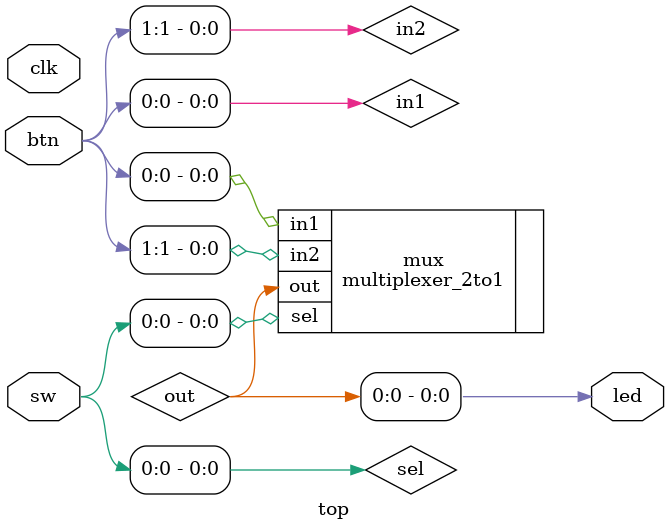
<source format=v>
module top(
    input wire clk,
    input wire [1:0] btn,   // in1 and in2
    input wire [1:0] sw,    // sel
    output wire [1:0] led   // out
    );
    
    wire in1, in2, sel, out;

    assign in1 = btn[0];
    assign in2 = btn[1];
    assign sel = sw[0];
    assign led[0] = out;

    // Instantiate the 2-to-1 multiplexer
    multiplexer_2to1 mux (
        .in1(in1),
        .in2(in2),
        .sel(sel),
        .out(out)
    );
endmodule
</source>
